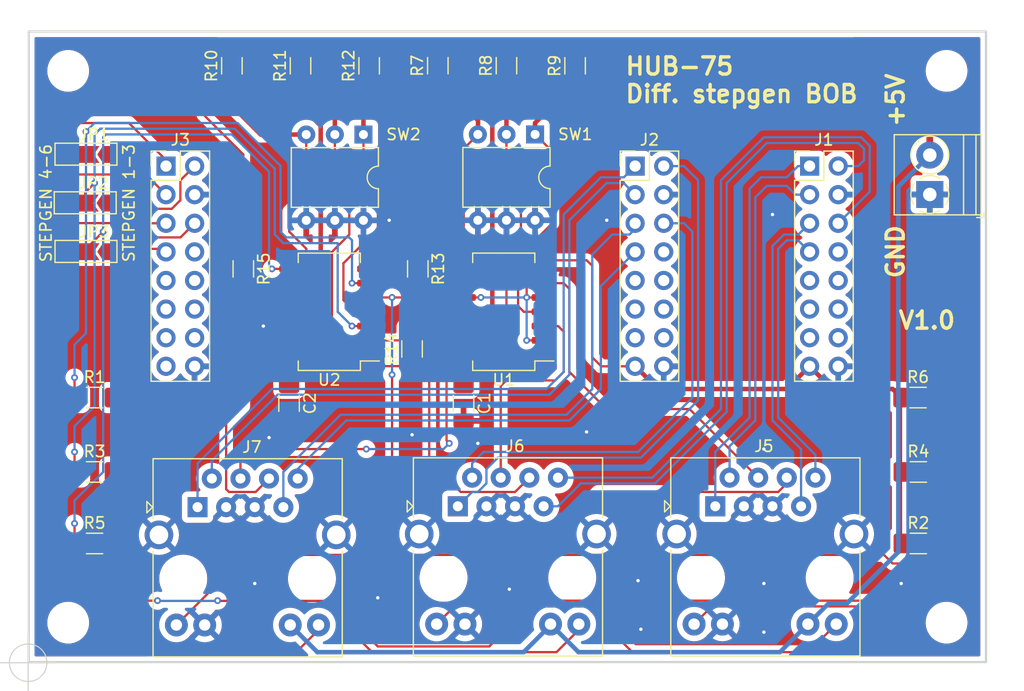
<source format=kicad_pcb>
(kicad_pcb (version 20211014) (generator pcbnew)
  (layers (0 "F.Cu" signal "Front") (31 "B.Cu" signal "Back") (34 "B.Paste" user) (35 "F.Paste" user) (36 "B.SilkS" user "B.Silkscreen") (37 "F.SilkS" user "F.Silkscreen") (38 "B.Mask" user) (39 "F.Mask" user) (44 "Edge.Cuts" user))
  (net 0 "")
  (net 1 "STEP1-")
  (net 2 "STEP1+")
  (net 3 "GND")
  (net 4 "DIR1-")
  (net 5 "DIR1+")
  (net 13 "STEP3-")
  (net 14 "STEP3+")
  (net 15 "DIR3-")
  (net 16 "DIR3+")
  (net 32 "ENA")
  (net 33 "+5V")
  (net 35 "Net-(J5-Pad12)")
  (net 36 "STEP2+")
  (net 37 "STEP2-")
  (net 38 "DIR2-")
  (net 39 "DIR2+")
  (net 40 "Net-(J6-Pad12)")
  (net 41 "ALARM1")
  (net 42 "ALARM2")
  (net 43 "ALARM3")
  (net 44 "ÈNA_OUT1")
  (net 45 "ÈNA_OUT2")
  (net 46 "ÈNA_OUT3")
  (net 48 "DRIVE_OK_EXT4")
  (net 49 "DRIVE_OK_EXT5")
  (net 50 "DRIVE_OK_EXT1")
  (net 51 "DRIVE_OK_EXT2")
  (net 52 "DRIVE_OK_EXT6")
  (net 53 "DRIVE_OK_EXT3")
  (net 54 "Net-(J5-Pad9)")
  (net 55 "Net-(J6-Pad9)")
  (net 56 "ALARM_OK1")
  (net 57 "ALARM_OK2")
  (net 58 "ALARM_OK3")
  (net 59 "Net-(J7-Pad9)")
  (net 60 "Net-(J7-Pad12)")
  (net 61 "Net-(R7-Pad1)")
  (net 62 "Net-(R8-Pad1)")
  (net 63 "Net-(R9-Pad1)")
  (net 64 "Net-(R10-Pad1)")
  (net 65 "Net-(R11-Pad1)")
  (net 66 "Net-(R12-Pad1)")
  (footprint "MountingHole:MountingHole_2.7mm_M2.5_DIN965" (layer "F.Cu") (at 3.5 52.5)
    (fp_text reference "Hole4" hide)
    (fp_text value "MountingHole_2.7mm_M2.5_DIN965" hide)
  )
  (footprint "Package_SO:SO-14_5.3x10.2mm_P1.27mm" (layer "F.Cu") (at 42.179 24.892 180)
    (fp_text reference "U1")
    (fp_text value "74HC86")
  )
  (footprint "Connector_PinHeader_2.54mm:PinHeader_2x08_P2.54mm_Vertical" (layer "F.Cu") (at 53.843 11.953)
    (fp_text reference "J2")
    (fp_text value "Conn_02x08_Odd_Even" hide)
  )
  (footprint "TerminalBlock_Phoenix:TerminalBlock_Phoenix_PT-1,5-2-3.5-H_1x02_P3.50mm_Horizontal" (layer "F.Cu") (at 80.01 14.478 90)
    (fp_text reference "J4" hide)
    (fp_text value "Screw_Terminal_01x02" hide)
  )
  (footprint "Capacitor_SMD:C_1206_3216Metric_Pad1.33x1.80mm_HandSolder" (layer "F.Cu") (at 23.114 33.02 -90)
    (fp_text reference "C2")
    (fp_text value "100nF")
  )
  (footprint "Resistor_SMD:R_1206_3216Metric_Pad1.30x1.75mm_HandSolder" (layer "F.Cu") (at 78.994 39.116)
    (fp_text reference "R4")
    (fp_text value "290")
  )
  (footprint "Resistor_SMD:R_1206_3216Metric_Pad1.30x1.75mm_HandSolder" (layer "F.Cu") (at 18.034 3.048 90)
    (fp_text reference "R10")
    (fp_text value "10k")
  )
  (footprint "Resistor_SMD:R_1206_3216Metric_Pad1.30x1.75mm_HandSolder" (layer "F.Cu") (at 48.514 3.048 90)
    (fp_text reference "R9")
    (fp_text value "10k")
  )
  (footprint "Capacitor_SMD:C_1206_3216Metric_Pad1.33x1.80mm_HandSolder" (layer "F.Cu") (at 38.608 33.02 -90)
    (fp_text reference "C1")
    (fp_text value "100nF")
  )
  (footprint "Resistor_SMD:R_1206_3216Metric_Pad1.30x1.75mm_HandSolder" (layer "F.Cu") (at 5.842 39.116)
    (fp_text reference "R3")
    (fp_text value "290")
  )
  (footprint "Jumper:SolderJumper-3_P2.0mm_Open_TrianglePad1.0x1.5mm_NumberLabels" (layer "F.Cu") (at 5.08 10.922)
    (fp_text reference "JP1")
    (fp_text value "SolderJumper_3_Bridged123" hide)
  )
  (footprint "Resistor_SMD:R_1206_3216Metric_Pad1.30x1.75mm_HandSolder" (layer "F.Cu") (at 34.036 28.194 90)
    (fp_text reference "R14")
    (fp_text value "10k")
  )
  (footprint "Connector_PinHeader_2.54mm:PinHeader_2x08_P2.54mm_Vertical" (layer "F.Cu") (at 12.187 11.953)
    (fp_text reference "J3")
    (fp_text value "Conn_02x08_Odd_Even" hide)
  )
  (footprint "Connector_PinHeader_2.54mm:PinHeader_2x08_P2.54mm_Vertical" (layer "F.Cu") (at 69.337 11.953)
    (fp_text reference "J1")
    (fp_text value "Conn_02x08_Odd_Even" hide)
  )
  (footprint "MountingHole:MountingHole_2.7mm_M2.5_DIN965" (layer "F.Cu") (at 81.5 52.5)
    (fp_text reference "Hole1" hide)
    (fp_text value "MountingHole_2.7mm_M2.5_DIN965" hide)
  )
  (footprint "MountingHole:MountingHole_2.7mm_M2.5_DIN965" (layer "F.Cu") (at 3.5 3.5)
    (fp_text reference "Hole3" hide)
    (fp_text value "MountingHole_2.7mm_M2.5_DIN965" hide)
  )
  (footprint "Resistor_SMD:R_1206_3216Metric_Pad1.30x1.75mm_HandSolder" (layer "F.Cu") (at 34.544 21.082 -90)
    (fp_text reference "R13")
    (fp_text value "10k")
  )
  (footprint "Resistor_SMD:R_1206_3216Metric_Pad1.30x1.75mm_HandSolder" (layer "F.Cu") (at 24.13 3.048 90)
    (fp_text reference "R11")
    (fp_text value "10k")
  )
  (footprint "Package_DIP:DIP-6_W7.62mm" (layer "F.Cu") (at 44.958 9.144 -90)
    (fp_text reference "SW1")
    (fp_text value "SW_DIP_x03" hide)
  )
  (footprint "Resistor_SMD:R_1206_3216Metric_Pad1.30x1.75mm_HandSolder" (layer "F.Cu") (at 36.322 3.038 90)
    (fp_text reference "R7")
    (fp_text value "10k")
  )
  (footprint "Jumper:SolderJumper-3_P2.0mm_Open_TrianglePad1.0x1.5mm_NumberLabels" (layer "F.Cu") (at 5.08 19.558)
    (fp_text reference "JP3")
    (fp_text value "SolderJumper_3_Bridged123" hide)
  )
  (footprint "Resistor_SMD:R_1206_3216Metric_Pad1.30x1.75mm_HandSolder" (layer "F.Cu") (at 78.968 32.512)
    (fp_text reference "R6")
    (fp_text value "290")
  )
  (footprint "Resistor_SMD:R_1206_3216Metric_Pad1.30x1.75mm_HandSolder" (layer "F.Cu") (at 42.418 3.038 90)
    (fp_text reference "R8")
    (fp_text value "10k")
  )
  (footprint "Connector_RJ:RJ45_BEL_SS74301-00x_Vertical" (layer "F.Cu") (at 14.986 42.241)
    (fp_text reference "J7")
    (fp_text value "RJ45_LED")
  )
  (footprint "Resistor_SMD:R_1206_3216Metric_Pad1.30x1.75mm_HandSolder" (layer "F.Cu") (at 5.842 32.512)
    (fp_text reference "R1")
    (fp_text value "290")
  )
  (footprint "Resistor_SMD:R_1206_3216Metric_Pad1.30x1.75mm_HandSolder" (layer "F.Cu") (at 30.226 3.048 90)
    (fp_text reference "R12")
    (fp_text value "10k")
  )
  (footprint "Package_SO:SO-14_5.3x10.2mm_P1.27mm" (layer "F.Cu") (at 26.685 24.892 180)
    (fp_text reference "U2")
    (fp_text value "74HC86")
  )
  (footprint "MountingHole:MountingHole_2.7mm_M2.5_DIN965" (layer "F.Cu") (at 81.5 3.5)
    (fp_text reference "Hole2" hide)
    (fp_text value "MountingHole_2.7mm_M2.5_DIN965" hide)
  )
  (footprint "Connector_RJ:RJ45_BEL_SS74301-00x_Vertical" (layer "F.Cu") (at 60.96 42.164)
    (fp_text reference "J5")
    (fp_text value "RJ45_LED")
  )
  (footprint "Resistor_SMD:R_1206_3216Metric_Pad1.30x1.75mm_HandSolder" (layer "F.Cu") (at 5.842 45.466)
    (fp_text reference "R5")
    (fp_text value "290")
  )
  (footprint "Connector_RJ:RJ45_BEL_SS74301-00x_Vertical" (layer "F.Cu") (at 38.1 42.164)
    (fp_text reference "J6")
    (fp_text value "RJ45_LED")
  )
  (footprint "Resistor_SMD:R_1206_3216Metric_Pad1.30x1.75mm_HandSolder" (layer "F.Cu") (at 78.994 45.466)
    (fp_text reference "R2")
    (fp_text value "290")
  )
  (footprint "Jumper:SolderJumper-3_P2.0mm_Open_TrianglePad1.0x1.5mm_NumberLabels" (layer "F.Cu") (at 5.01 15.24)
    (fp_text reference "JP2")
    (fp_text value "SolderJumper_3_Bridged123" hide)
  )
  (footprint "Package_DIP:DIP-6_W7.62mm" (layer "F.Cu") (at 29.718 9.154 -90)
    (fp_text reference "SW2")
    (fp_text value "SW_DIP_x03" hide)
  )
  (footprint "Resistor_SMD:R_1206_3216Metric_Pad1.30x1.75mm_HandSolder" (layer "F.Cu") (at 19.05 21.082 -90)
    (fp_text reference "R15")
    (fp_text value "10k")
  )
  (gr_rect locked (start 0 0) (end 85 56) (layer "Edge.Cuts") (width 0.2) (fill none))
  (gr_text "+5V" (at 76.962 6.096 90) (layer "F.SilkS") (effects (font (size 1.524 1.524) (thickness 0.3048))))
  (gr_text "GND" (at 76.962 19.558 90) (layer "F.SilkS") (effects (font (size 1.524 1.524) (thickness 0.3048))))
  (gr_text "HUB-75\nDiff. stepgen BOB" (at 52.832 4.318) (layer "F.SilkS") (effects (font (size 1.524 1.524) (thickness 0.3048)) (justify left)))
  (gr_text "V1.0" (at 79.756 25.654) (layer "F.SilkS") (effects (font (size 1.524 1.524) (thickness 0.3048))))
  (target plus (at -0.056 56.056) (size 5) (width 0.1) (layer "Edge.Cuts"))
  (segment (start 67.31 12.954) (end 68.311 11.953) (width 0.2) (layer "B.Cu") (net 1))
  (segment (start 60.96 42.672) (end 60.96 37.338) (width 0.2) (layer "B.Cu") (net 1))
  (segment (start 68.311 11.953) (end 69.337 11.953) (width 0.2) (layer "B.Cu") (net 1))
  (segment (start 64.008 34.29) (end 64.008 13.97) (width 0.2) (layer "B.Cu") (net 1))
  (segment (start 60.96 37.338) (end 64.008 34.29) (width 0.2) (layer "B.Cu") (net 1))
  (segment (start 65.024 12.954) (end 67.31 12.954) (width 0.2) (layer "B.Cu") (net 1))
  (segment (start 64.008 13.97) (end 65.024 12.954) (width 0.2) (layer "B.Cu") (net 1))
  (segment (start 64.516 14.732) (end 65.532 13.716) (width 0.2) (layer "B.Cu") (net 2))
  (segment (start 62.23 40.132) (end 62.23 36.83) (width 0.2) (layer "B.Cu") (net 2))
  (segment (start 62.23 36.83) (end 64.516 34.544) (width 0.2) (layer "B.Cu") (net 2))
  (segment (start 65.532 13.716) (end 67.31 13.716) (width 0.2) (layer "B.Cu") (net 2))
  (segment (start 68.087 14.493) (end 69.337 14.493) (width 0.2) (layer "B.Cu") (net 2))
  (segment (start 67.31 13.716) (end 68.087 14.493) (width 0.2) (layer "B.Cu") (net 2))
  (segment (start 64.516 34.544) (end 64.516 14.732) (width 0.2) (layer "B.Cu") (net 2))
  (via (at 65.278 37.084) (size 0.6) (drill 0.3) (layers "F.Cu" "B.Cu") (net 3))
  (via (at 42.672 49.53) (size 0.6) (drill 0.3) (layers "F.Cu" "B.Cu") (net 3))
  (via (at 65.278 49.022) (size 0.6) (drill 0.3) (layers "F.Cu" "B.Cu") (net 3))
  (via (at 20.066 49.022) (size 0.6) (drill 0.3) (layers "F.Cu" "B.Cu") (net 3))
  (via (at 20.828 26.162) (size 0.6) (drill 0.3) (layers "F.Cu" "B.Cu") (net 3))
  (via (at 54.356 53.086) (size 0.6) (drill 0.3) (layers "F.Cu" "B.Cu") (net 3))
  (via (at 77.47 49.022) (size 0.6) (drill 0.3) (layers "F.Cu" "B.Cu") (net 3))
  (via (at 66.04 16.256) (size 0.6) (drill 0.3) (layers "F.Cu" "B.Cu") (net 3))
  (via (at 49.53 35.56) (size 0.6) (drill 0.3) (layers "F.Cu" "B.Cu") (net 3))
  (via (at 32.004 16.764) (size 0.6) (drill 0.3) (layers "F.Cu" "B.Cu") (net 3))
  (via (at 65.278 53.34) (size 0.6) (drill 0.3) (layers "F.Cu" "B.Cu") (net 3))
  (via (at 39.878 36.576) (size 0.6) (drill 0.3) (layers "F.Cu" "B.Cu") (net 3))
  (via (at 30.988 50.292) (size 0.6) (drill 0.3) (layers "F.Cu" "B.Cu") (net 3))
  (via (at 34.036 35.814) (size 0.6) (drill 0.3) (layers "F.Cu" "B.Cu") (net 3))
  (via (at 21.336 36.068) (size 0.6) (drill 0.3) (layers "F.Cu" "B.Cu") (net 3))
  (via (at 54.102 48.768) (size 0.6) (drill 0.3) (layers "F.Cu" "B.Cu") (net 3))
  (via (at 51.323 16.764) (size 0.6) (drill 0.3) (layers "F.Cu" "B.Cu") (net 3))
  (segment (start 66.04 19.05) (end 67.056 18.034) (width 0.2) (layer "B.Cu") (net 4))
  (segment (start 67.056 18.034) (end 68.336 18.034) (width 0.2) (layer "B.Cu") (net 4))
  (segment (start 68.336 18.034) (end 69.337 17.033) (width 0.2) (layer "B.Cu") (net 4))
  (segment (start 66.04 34.544) (end 66.04 19.05) (width 0.2) (layer "B.Cu") (net 4))
  (segment (start 68.58 37.084) (end 66.04 34.544) (width 0.2) (layer "B.Cu") (net 4))
  (segment (start 68.58 42.672) (end 68.58 37.084) (width 0.2) (layer "B.Cu") (net 4))
  (segment (start 66.548 34.29) (end 66.548 19.304) (width 0.2) (layer "B.Cu") (net 5))
  (segment (start 69.85 40.132) (end 69.85 37.592) (width 0.2) (layer "B.Cu") (net 5))
  (segment (start 67.31 18.542) (end 68.306 18.542) (width 0.2) (layer "B.Cu") (net 5))
  (segment (start 68.306 18.542) (end 69.337 19.573) (width 0.2) (layer "B.Cu") (net 5))
  (segment (start 69.85 37.592) (end 66.548 34.29) (width 0.2) (layer "B.Cu") (net 5))
  (segment (start 66.548 19.304) (end 67.31 18.542) (width 0.2) (layer "B.Cu") (net 5))
  (segment (start 45.974 31.75) (end 47.498 30.226) (width 0.2) (layer "B.Cu") (net 13))
  (segment (start 14.986 38.354) (end 21.59 31.75) (width 0.2) (layer "B.Cu") (net 13))
  (segment (start 21.59 31.75) (end 45.974 31.75) (width 0.2) (layer "B.Cu") (net 13))
  (segment (start 52.842 12.954) (end 53.843 11.953) (width 0.2) (layer "B.Cu") (net 13))
  (segment (start 47.498 16.256) (end 50.8 12.954) (width 0.2) (layer "B.Cu") (net 13))
  (segment (start 50.8 12.954) (end 52.842 12.954) (width 0.2) (layer "B.Cu") (net 13))
  (segment (start 14.986 42.672) (end 14.986 38.354) (width 0.2) (layer "B.Cu") (net 13))
  (segment (start 47.498 30.226) (end 47.498 16.256) (width 0.2) (layer "B.Cu") (net 13))
  (segment (start 22.098 32.258) (end 46.228 32.258) (width 0.2) (layer "B.Cu") (net 14))
  (segment (start 46.228 32.258) (end 48.006 30.48) (width 0.2) (layer "B.Cu") (net 14))
  (segment (start 16.256 40.132) (end 16.256 38.1) (width 0.2) (layer "B.Cu") (net 14))
  (segment (start 48.006 16.764) (end 51.308 13.462) (width 0.2) (layer "B.Cu") (net 14))
  (segment (start 52.832 13.462) (end 53.843 14.473) (width 0.2) (layer "B.Cu") (net 14))
  (segment (start 51.308 13.462) (end 52.832 13.462) (width 0.2) (layer "B.Cu") (net 14))
  (segment (start 16.256 38.1) (end 22.098 32.258) (width 0.2) (layer "B.Cu") (net 14))
  (segment (start 53.843 14.473) (end 53.843 14.493) (width 0.2) (layer "B.Cu") (net 14))
  (segment (start 48.006 30.48) (end 48.006 16.764) (width 0.2) (layer "B.Cu") (net 14))
  (segment (start 22.606 39.116) (end 27.686 34.036) (width 0.2) (layer "B.Cu") (net 15))
  (segment (start 51.816 18.034) (end 53.34 18.034) (width 0.2) (layer "B.Cu") (net 15))
  (segment (start 53.34 18.034) (end 53.843 17.531) (width 0.2) (layer "B.Cu") (net 15))
  (segment (start 50.038 19.812) (end 51.816 18.034) (width 0.2) (layer "B.Cu") (net 15))
  (segment (start 27.686 34.036) (end 47.752 34.036) (width 0.2) (layer "B.Cu") (net 15))
  (segment (start 47.752 34.036) (end 50.038 31.75) (width 0.2) (layer "B.Cu") (net 15))
  (segment (start 50.038 31.75) (end 50.038 19.812) (width 0.2) (layer "B.Cu") (net 15))
  (segment (start 22.606 42.672) (end 22.606 39.116) (width 0.2) (layer "B.Cu") (net 15))
  (segment (start 53.843 17.531) (end 53.843 17.033) (width 0.2) (layer "B.Cu") (net 15))
  (segment (start 23.876 40.132) (end 23.876 38.862) (width 0.2) (layer "B.Cu") (net 16))
  (segment (start 23.876 38.862) (end 28.194 34.544) (width 0.2) (layer "B.Cu") (net 16))
  (segment (start 28.194 34.544) (end 48.006 34.544) (width 0.2) (layer "B.Cu") (net 16))
  (segment (start 48.006 34.544) (end 50.8 31.75) (width 0.2) (layer "B.Cu") (net 16))
  (segment (start 50.8 31.75) (end 50.8 22.616) (width 0.2) (layer "B.Cu") (net 16))
  (segment (start 50.8 22.616) (end 53.843 19.573) (width 0.2) (layer "B.Cu") (net 16))
  (segment (start 44.465 20.32) (end 44.211 20.574) (width 0.2) (layer "F.Cu") (net 32))
  (segment (start 50.83 29.733) (end 50.038 28.941) (width 0.2) (layer "F.Cu") (net 32))
  (segment (start 50.038 28.941) (end 50.038 20.813) (width 0.2) (layer "F.Cu") (net 32))
  (segment (start 49.545 20.32) (end 44.465 20.32) (width 0.2) (layer "F.Cu") (net 32))
  (segment (start 50.038 20.813) (end 49.545 20.32) (width 0.2) (layer "F.Cu") (net 32))
  (segment (start 69.327 29.733) (end 67.31 31.75) (width 0.4) (layer "F.Cu") (net 32))
  (segment (start 44.211 23.622) (end 45.6415 23.622) (width 0.2) (layer "F.Cu") (net 32))
  (segment (start 55.88 31.75) (end 53.863 29.733) (width 0.4) (layer "F.Cu") (net 32))
  (segment (start 44.211 27.432) (end 45.6415 27.432) (width 0.2) (layer "F.Cu") (net 32))
  (segment (start 77.356 45.466) (end 77.356 39.116) (width 0.4) (layer "F.Cu") (net 32))
  (segment (start 53.863 29.733) (end 53.843 29.733) (width 0.2) (layer "F.Cu") (net 32))
  (segment (start 77.356 32.512) (end 77.47 32.512) (width 0.2) (layer "F.Cu") (net 32))
  (segment (start 76.708 31.75) (end 71.354 31.75) (width 0.4) (layer "F.Cu") (net 32))
  (segment (start 53.843 29.733) (end 50.815 29.733) (width 0.2) (layer "F.Cu") (net 32))
  (segment (start 38.7165 23.622) (end 40.147 23.622) (width 0.2) (layer "F.Cu") (net 32))
  (segment (start 69.337 29.733) (end 69.327 29.733) (width 0.2) (layer "F.Cu") (net 32))
  (segment (start 67.31 31.75) (end 55.88 31.75) (width 0.4) (layer "F.Cu") (net 32))
  (segment (start 71.354 31.75) (end 69.337 29.733) (width 0.4) (layer "F.Cu") (net 32))
  (segment (start 77.47 32.512) (end 76.708 31.75) (width 0.4) (layer "F.Cu") (net 32))
  (segment (start 44.211 20.574) (end 44.211 23.622) (width 0.2) (layer "F.Cu") (net 32))
  (segment (start 77.356 39.116) (end 77.356 32.512) (width 0.4) (layer "F.Cu") (net 32))
  (via (at 44.211 23.622) (size 0.6) (drill 0.3) (layers "F.Cu" "B.Cu") (net 32))
  (via (at 40.147 23.622) (size 0.6) (drill 0.3) (layers "F.Cu" "B.Cu") (net 32))
  (via (at 44.211 27.432) (size 0.6) (drill 0.3) (layers "F.Cu" "B.Cu") (net 32))
  (segment (start 40.147 23.622) (end 44.211 23.622) (width 0.2) (layer "B.Cu") (net 32))
  (segment (start 44.211 23.622) (end 44.211 27.432) (width 0.2) (layer "B.Cu") (net 32))
  (segment (start 17.272 1.41) (end 16.37 1.41) (width 0.2) (layer "F.Cu") (net 33))
  (segment (start 25.923 29.225) (end 25.923 26.924) (width 0.2) (layer "F.Cu") (net 33))
  (segment (start 24.145 28.702) (end 25.923 26.924) (width 0.4) (layer "F.Cu") (net 33))
  (segment (start 34.518 29.718) (end 26.416 29.718) (width 0.2) (layer "F.Cu") (net 33))
  (segment (start 39.271 5.972) (end 39.271 1.4) (width 0.4) (layer "F.Cu") (net 33))
  (segment (start 36.327 1.41) (end 36.337 1.4) (width 0.2) (layer "F.Cu") (net 33))
  (segment (start 39.893 28.702) (end 41.163 27.432) (width 0.4) (layer "F.Cu") (net 33))
  (segment (start 42.687 1.4) (end 48.519 1.4) (width 0.6) (layer "F.Cu") (net 33))
  (segment (start 21.097 6.858) (end 21.097 1.524) (width 0.4) (layer "F.Cu") (net 33))
  (segment (start 38.7165 28.702) (end 39.893 28.702) (width 0.4) (layer "F.Cu") (net 33))
  (segment (start 25.923 26.924) (end 25.923 8.382) (width 0.4) (layer "F.Cu") (net 33))
  (segment (start 48.519 1.4) (end 48.529 1.41) (width 0.6) (layer "F.Cu") (net 33))
  (segment (start 38.7165 28.702) (end 38.7165 26.162) (width 0.2) (layer "F.Cu") (net 33))
  (segment (start 26.416 29.718) (end 25.923 29.225) (width 0.2) (layer "F.Cu") (net 33))
  (segment (start 41.163 27.432) (end 41.163 7.874) (width 0.4) (layer "F.Cu") (net 33))
  (segment (start 25.923 8.382) (end 25.161 7.62) (width 0.4) (layer "F.Cu") (net 33))
  (segment (start 41.163 7.864) (end 39.271 5.972) (width 0.4) (layer "F.Cu") (net 33))
  (segment (start 80.01 8.636) (end 80.01 10.978) (width 0.6) (layer "F.Cu") (net 33))
  (segment (start 15.494 2.286) (end 15.494 7.366) (width 0.2) (layer "F.Cu") (net 33))
  (segment (start 23.2225 28.702) (end 24.145 28.702) (width 0.2) (layer "F.Cu") (net 33))
  (segment (start 38.608 31.4575) (end 38.608 28.8105) (width 0.4) (layer "F.Cu") (net 33))
  (segment (start 33.528 18.516) (end 33.528 1.539) (width 0.2) (layer "F.Cu") (net 33))
  (segment (start 38.608 28.8105) (end 38.7165 28.702) (width 0.2) (layer "F.Cu") (net 33))
  (segment (start 25.161 7.62) (end 21.859 7.62) (width 0.4) (layer "F.Cu") (net 33))
  (segment (start 72.784 1.41) (end 80.01 8.636) (width 0.6) (layer "F.Cu") (net 33))
  (segment (start 23.114 31.4575) (end 23.114 28.8105) (width 0.4) (layer "F.Cu") (net 33))
  (segment (start 21.859 7.62) (end 21.097 6.858) (width 0.4) (layer "F.Cu") (net 33))
  (segment (start 48.529 1.41) (end 72.784 1.41) (width 0.6) (layer "F.Cu") (net 33))
  (segment (start 23.2225 28.702) (end 23.2225 26.162) (width 0.2) (layer "F.Cu") (net 33))
  (segment (start 39.271 1.4) (end 42.433 1.4) (width 0.6) (layer "F.Cu") (net 33))
  (segment (start 23.114 28.8105) (end 23.2225 28.702) (width 0.2) (layer "F.Cu") (net 33))
  (segment (start 17.272 1.41) (end 36.327 1.41) (width 0.6) (layer "F.Cu") (net 33))
  (segment (start 19.05 10.922) (end 19.05 19.532) (width 0.2) (layer "F.Cu") (net 33))
  (segment (start 36.337 1.4) (end 39.271 1.4) (width 0.6) (layer "F.Cu") (net 33))
  (segment (start 15.494 7.366) (end 19.05 10.922) (width 0.2) (layer "F.Cu") (net 33))
  (segment (start 16.37 1.41) (end 15.494 2.286) (width 0.2) (layer "F.Cu") (net 33))
  (segment (start 34.544 19.532) (end 33.528 18.516) (width 0.2) (layer "F.Cu") (net 33))
  (segment (start 23.2156 52.7058) (end 25.6278 55.118) (width 0.4) (layer "B.Cu") (net 33))
  (segment (start 46.3804 52.6796) (end 48.8188 55.118) (width 0.4) (layer "B.Cu") (net 33))
  (segment (start 77.216 13.772) (end 80.01 10.978) (width 0.4) (layer "B.Cu") (net 33))
  (segment (start 48.8188 55.118) (end 66.7004 55.118) (width 0.4) (layer "B.Cu") (net 33))
  (segment (start 71.0184 50.8) (end 72.644 50.8) (width 0.4) (layer "B.Cu") (net 33))
  (segment (start 77.216 46.228) (end 77.216 13.772) (width 0.4) (layer "B.Cu") (net 33))
  (segment (start 69.1896 52.6288) (end 71.0184 50.8) (width 0.4) (layer "B.Cu") (net 33))
  (segment (start 43.942 55.118) (end 46.3804 52.6796) (width 0.4) (layer "B.Cu") (net 33))
  (segment (start 25.6278 55.118) (end 43.942 55.118) (width 0.4) (layer "B.Cu") (net 33))
  (segment (start 66.7004 55.118) (end 69.1896 52.6288) (width 0.4) (layer "B.Cu") (net 33))
  (segment (start 72.644 50.8) (end 77.216 46.228) (width 0.4) (layer "B.Cu") (net 33))
  (segment (start 78.232 51.054) (end 80.544 48.742) (width 0.2) (layer "F.Cu") (net 35))
  (segment (start 59.0804 52.6288) (end 60.6552 51.054) (width 0.2) (layer "F.Cu") (net 35))
  (segment (start 60.6552 51.054) (end 78.232 51.054) (width 0.2) (layer "F.Cu") (net 35))
  (segment (start 80.544 48.742) (end 80.544 45.466) (width 0.2) (layer "F.Cu") (net 35))
  (segment (start 58.181 17.033) (end 58.928 17.78) (width 0.2) (layer "B.Cu") (net 36))
  (segment (start 39.37 38.354) (end 39.37 40.132) (width 0.2) (layer "B.Cu") (net 36))
  (segment (start 40.386 37.338) (end 39.37 38.354) (width 0.2) (layer "B.Cu") (net 36))
  (segment (start 56.383 17.033) (end 58.181 17.033) (width 0.2) (layer "B.Cu") (net 36))
  (segment (start 54.102 37.338) (end 40.386 37.338) (width 0.2) (layer "B.Cu") (net 36))
  (segment (start 58.90308 32.53692) (end 54.102 37.338) (width 0.2) (layer "B.Cu") (net 36))
  (segment (start 58.928 17.78) (end 58.928 32.512) (width 0.2) (layer "B.Cu") (net 36))
  (segment (start 40.64 38.862) (end 41.656 37.846) (width 0.2) (layer "B.Cu") (net 37))
  (segment (start 39.878 40.894) (end 40.64 40.132) (width 0.2) (layer "B.Cu") (net 37))
  (segment (start 39.37 40.894) (end 39.878 40.894) (width 0.2) (layer "B.Cu") (net 37))
  (segment (start 59.436 32.766) (end 59.436 13.208) (width 0.2) (layer "B.Cu") (net 37))
  (segment (start 58.181 11.953) (end 56.383 11.953) (width 0.2) (layer "B.Cu") (net 37))
  (segment (start 40.64 40.132) (end 40.64 38.862) (width 0.2) (layer "B.Cu") (net 37))
  (segment (start 41.656 37.846) (end 54.356 37.846) (width 0.2) (layer "B.Cu") (net 37))
  (segment (start 38.1 42.164) (end 39.37 40.894) (width 0.2) (layer "B.Cu") (net 37))
  (segment (start 59.436 13.208) (end 58.181 11.953) (width 0.2) (layer "B.Cu") (net 37))
  (segment (start 54.356 37.846) (end 59.436 32.766) (width 0.2) (layer "B.Cu") (net 37))
  (segment (start 73.645 11.953) (end 71.877 11.953) (width 0.2) (layer "B.Cu") (net 38))
  (segment (start 61.976 13.462) (end 65.532 9.906) (width 0.2) (layer "B.Cu") (net 38))
  (segment (start 46.99 42.164) (end 49.022 40.132) (width 0.2) (layer "B.Cu") (net 38))
  (segment (start 45.72 42.164) (end 46.99 42.164) (width 0.2) (layer "B.Cu") (net 38))
  (segment (start 61.976 33.782) (end 61.976 13.462) (width 0.2) (layer "B.Cu") (net 38))
  (segment (start 74.168 11.43) (end 73.645 11.953) (width 0.2) (layer "B.Cu") (net 38))
  (segment (start 65.532 9.906) (end 73.66 9.906) (width 0.2) (layer "B.Cu") (net 38))
  (segment (start 49.022 40.132) (end 55.626 40.132) (width 0.2) (layer "B.Cu") (net 38))
  (segment (start 55.626 40.132) (end 61.976 33.782) (width 0.2) (layer "B.Cu") (net 38))
  (segment (start 73.66 9.906) (end 74.168 10.414) (width 0.2) (layer "B.Cu") (net 38))
  (segment (start 74.168 10.414) (end 74.168 11.43) (width 0.2) (layer "B.Cu") (net 38))
  (segment (start 65.278 9.398) (end 73.914 9.398) (width 0.2) (layer "B.Cu") (net 39))
  (segment (start 55.372 39.624) (end 61.468 33.528) (width 0.2) (layer "B.Cu") (net 39))
  (segment (start 61.468 13.208) (end 65.278 9.398) (width 0.2) (layer "B.Cu") (net 39))
  (segment (start 61.468 33.528) (end 61.468 13.208) (width 0.2) (layer "B.Cu") (net 39))
  (segment (start 73.914 9.398) (end 74.676 10.16) (width 0.2) (layer "B.Cu") (net 39))
  (segment (start 46.99 39.624) (end 55.372 39.624) (width 0.2) (layer "B.Cu") (net 39))
  (segment (start 74.676 14.234) (end 71.877 17.033) (width 0.2) (layer "B.Cu") (net 39))
  (segment (start 74.676 10.16) (end 74.676 14.234) (width 0.2) (layer "B.Cu") (net 39))
  (segment (start 38.3032 50.546) (end 36.2204 52.6288) (width 0.2) (layer "F.Cu") (net 40))
  (segment (start 77.47 50.546) (end 38.3032 50.546) (width 0.2) (layer "F.Cu") (net 40))
  (segment (start 79.248 40.412) (end 79.248 48.768) (width 0.2) (layer "F.Cu") (net 40))
  (segment (start 79.248 48.768) (end 77.47 50.546) (width 0.2) (layer "F.Cu") (net 40))
  (segment (start 80.544 39.116) (end 79.248 40.412) (width 0.2) (layer "F.Cu") (net 40))
  (segment (start 33.554 23.622) (end 34.544 22.632) (width 0.2) (layer "F.Cu") (net 41))
  (segment (start 32.258 39.37) (end 36.576 43.688) (width 0.2) (layer "F.Cu") (net 41))
  (segment (start 36.576 43.688) (end 47.752 43.688) (width 0.2) (layer "F.Cu") (net 41))
  (segment (start 32.258 30.48) (end 32.258 39.37) (width 0.2) (layer "F.Cu") (net 41))
  (segment (start 32.258 23.622) (end 33.554 23.622) (width 0.2) (layer "F.Cu") (net 41))
  (segment (start 50.546 40.894) (end 66.548 40.894) (width 0.2) (layer "F.Cu") (net 41))
  (segment (start 30.1475 23.622) (end 32.258 23.622) (width 0.2) (layer "F.Cu") (net 41))
  (segment (start 47.752 43.688) (end 50.546 40.894) (width 0.2) (layer "F.Cu") (net 41))
  (segment (start 66.548 40.894) (end 67.31 40.132) (width 0.2) (layer "F.Cu") (net 41))
  (via (at 32.258 30.48) (size 0.6) (drill 0.3) (layers "F.Cu" "B.Cu") (net 41))
  (via (at 32.258 23.622) (size 0.6) (drill 0.3) (layers "F.Cu" "B.Cu") (net 41))
  (segment (start 32.258 23.622) (end 32.258 30.48) (width 0.2) (layer "B.Cu") (net 41))
  (segment (start 33.248 27.432) (end 34.036 26.644) (width 0.2) (layer "F.Cu") (net 42))
  (segment (start 35.56 28.168) (end 35.56 38.1) (width 0.2) (layer "F.Cu") (net 42))
  (segment (start 35.56 38.1) (end 38.354 40.894) (width 0.2) (layer "F.Cu") (net 42))
  (segment (start 34.036 26.644) (end 35.56 28.168) (width 0.2) (layer "F.Cu") (net 42))
  (segment (start 43.18 40.894) (end 44.45 39.624) (width 0.2) (layer "F.Cu") (net 42))
  (segment (start 30.1475 27.432) (end 33.248 27.432) (width 0.2) (layer "F.Cu") (net 42))
  (segment (start 38.354 40.894) (end 43.18 40.894) (width 0.2) (layer "F.Cu") (net 42))
  (segment (start 19.05 33.274) (end 19.05 23.482) (width 0.2) (layer "F.Cu") (net 43))
  (segment (start 17.526 34.798) (end 19.05 33.274) (width 0.2) (layer "F.Cu") (net 43))
  (segment (start 19.05 23.482) (end 19.19 23.622) (width 0.2) (layer "F.Cu") (net 43))
  (segment (start 19.05 23.482) (end 19.05 22.632) (width 0.2) (layer "F.Cu") (net 43))
  (segment (start 19.19 23.622) (end 23.2225 23.622) (width 0.2) (layer "F.Cu") (net 43))
  (segment (start 17.526 40.640977) (end 17.526 34.798) (width 0.2) (layer "F.Cu") (net 43))
  (segment (start 17.779023 40.894) (end 17.526 40.640977) (width 0.2) (layer "F.Cu") (net 43))
  (segment (start 21.336 39.701) (end 20.143 40.894) (width 0.2) (layer "F.Cu") (net 43))
  (segment (start 20.143 40.894) (end 17.779023 40.894) (width 0.2) (layer "F.Cu") (net 43))
  (segment (start 47.498 22.352) (end 48.006 22.86) (width 0.2) (layer "F.Cu") (net 44))
  (segment (start 48.006 22.86) (end 48.006 30.226) (width 0.2) (layer "F.Cu") (net 44))
  (segment (start 48.006 30.226) (end 51.308 33.528) (width 0.2) (layer "F.Cu") (net 44))
  (segment (start 45.6415 22.352) (end 47.498 22.352) (width 0.2) (layer "F.Cu") (net 44))
  (segment (start 51.308 33.528) (end 58.674 33.528) (width 0.2) (layer "F.Cu") (net 44))
  (segment (start 58.674 33.528) (end 64.77 39.624) (width 0.2) (layer "F.Cu") (net 44))
  (segment (start 41.91 31.496) (end 41.91 40.132) (width 0.2) (layer "F.Cu") (net 45))
  (segment (start 45.6415 26.162) (end 47.005 26.162) (width 0.2) (layer "F.Cu") (net 45))
  (segment (start 46.751 30.988) (end 42.403 30.988) (width 0.2) (layer "F.Cu") (net 45))
  (segment (start 42.403 30.988) (end 41.91 31.481) (width 0.2) (layer "F.Cu") (net 45))
  (segment (start 47.498 30.241) (end 46.751 30.988) (width 0.2) (layer "F.Cu") (net 45))
  (segment (start 47.005 26.162) (end 47.498 26.655) (width 0.2) (layer "F.Cu") (net 45))
  (segment (start 47.498 26.655) (end 47.498 30.241) (width 0.2) (layer "F.Cu") (net 45))
  (segment (start 37.099 21.59) (end 37.607 21.082) (width 0.2) (layer "F.Cu") (net 46))
  (segment (start 18.796 38.1) (end 19.812 37.084) (width 0.2) (layer "F.Cu") (net 46))
  (segment (start 37.338 36.576) (end 37.099 36.337) (width 0.2) (layer "F.Cu") (net 46))
  (segment (start 19.812 37.084) (end 29.972 37.084) (width 0.2) (layer "F.Cu") (net 46))
  (segment (start 37.099 36.337) (end 37.099 21.59) (width 0.2) (layer "F.Cu") (net 46))
  (segment (start 18.796 40.132) (end 18.796 38.1) (width 0.2) (layer "F.Cu") (net 46))
  (segment (start 37.607 21.082) (end 38.7165 21.082) (width 0.2) (layer "F.Cu") (net 46))
  (via (at 37.338 36.576) (size 0.6) (drill 0.3) (layers "F.Cu" "B.Cu") (net 46))
  (via (at 29.972 37.084) (size 0.6) (drill 0.3) (layers "F.Cu" "B.Cu") (net 46))
  (segment (start 36.83 37.084) (end 29.972 37.084) (width 0.2) (layer "B.Cu") (net 46))
  (segment (start 37.338 36.576) (end 36.83 37.084) (width 0.2) (layer "B.Cu") (net 46))
  (segment (start 12.187 11.425) (end 8.89 8.128) (width 0.2) (layer "F.Cu") (net 48))
  (segment (start 4.572 8.128) (end 3.08 9.62) (width 0.2) (layer "F.Cu") (net 48))
  (segment (start 3.08 9.62) (end 3.08 10.922) (width 0.2) (layer "F.Cu") (net 48))
  (segment (start 8.89 8.128) (end 4.572 8.128) (width 0.2) (layer "F.Cu") (net 48))
  (segment (start 12.187 11.953) (end 12.187 11.425) (width 0.2) (layer "F.Cu") (net 48))
  (segment (start 13.462 14.986) (end 12.7 15.748) (width 0.2) (layer "F.Cu") (net 49))
  (segment (start 14.727 11.953) (end 13.462 13.218) (width 0.2) (layer "F.Cu") (net 49))
  (segment (start 3.81 12.7) (end 3.01 13.5) (width 0.2) (layer "F.Cu") (net 49))
  (segment (start 11.176 15.748) (end 8.128 12.7) (width 0.2) (layer "F.Cu") (net 49))
  (segment (start 8.128 12.7) (end 3.81 12.7) (width 0.2) (layer "F.Cu") (net 49))
  (segment (start 13.462 13.218) (end 13.462 14.986) (width 0.2) (layer "F.Cu") (net 49))
  (segment (start 3.01 13.5) (end 3.01 15.24) (width 0.2) (layer "F.Cu") (net 49))
  (segment (start 12.7 15.748) (end 11.176 15.748) (width 0.2) (layer "F.Cu") (net 49))
  (segment (start 8.616 10.922) (end 12.187 14.493) (width 0.2) (layer "F.Cu") (net 50))
  (segment (start 7.08 10.922) (end 8.616 10.922) (width 0.2) (layer "F.Cu") (net 50))
  (segment (start 9.667 17.033) (end 12.187 17.033) (width 0.2) (layer "F.Cu") (net 51))
  (segment (start 7.874 15.24) (end 9.667 17.033) (width 0.2) (layer "F.Cu") (net 51))
  (segment (start 7.01 15.24) (end 7.874 15.24) (width 0.2) (layer "F.Cu") (net 51))
  (segment (start 14.727 17.033) (end 13.472 18.288) (width 0.2) (layer "F.Cu") (net 52))
  (segment (start 7.874 17.018) (end 3.81 17.018) (width 0.2) (layer "F.Cu") (net 52))
  (segment (start 3.08 17.748) (end 3.08 19.304) (width 0.2) (layer "F.Cu") (net 52))
  (segment (start 13.472 18.288) (end 9.144 18.288) (width 0.2) (layer "F.Cu") (net 52))
  (segment (start 9.144 18.288) (end 7.874 17.018) (width 0.2) (layer "F.Cu") (net 52))
  (segment (start 3.81 17.018) (end 3.08 17.748) (width 0.2) (layer "F.Cu") (net 52))
  (segment (start 7.08 19.304) (end 11.918 19.304) (width 0.2) (layer "F.Cu") (net 53))
  (segment (start 11.918 19.304) (end 12.187 19.573) (width 0.2) (layer "F.Cu") (net 53))
  (segment (start 69.215 55.118) (end 71.7042 52.6288) (width 0.2) (layer "F.Cu") (net 54))
  (segment (start 11.43 50.546) (end 9.906 50.546) (width 0.2) (layer "F.Cu") (net 54))
  (segment (start 53.594 55.118) (end 69.215 55.118) (width 0.2) (layer "F.Cu") (net 54))
  (segment (start 9.906 50.546) (end 9.398 50.038) (width 0.2) (layer "F.Cu") (net 54))
  (segment (start 16.784121 50.566121) (end 26.944121 50.566121) (width 0.2) (layer "F.Cu") (net 54))
  (segment (start 49.53 51.054) (end 53.594 55.118) (width 0.2) (layer "F.Cu") (net 54))
  (segment (start 9.398 35.052) (end 7.48 33.134) (width 0.2) (layer "F.Cu") (net 54))
  (segment (start 9.398 50.038) (end 9.398 35.052) (width 0.2) (layer "F.Cu") (net 54))
  (segment (start 44.45 51.054) (end 49.53 51.054) (width 0.2) (layer "F.Cu") (net 54))
  (segment (start 26.944121 50.566121) (end 30.988 54.61) (width 0.2) (layer "F.Cu") (net 54))
  (segment (start 16.764 50.546) (end 16.784121 50.566121) (width 0.2) (layer "F.Cu") (net 54))
  (segment (start 30.988 54.61) (end 40.894 54.61) (width 0.2) (layer "F.Cu") (net 54))
  (segment (start 7.48 33.134) (end 7.48 32.512) (width 0.2) (layer "F.Cu") (net 54))
  (segment (start 40.894 54.61) (end 44.45 51.054) (width 0.2) (layer "F.Cu") (net 54))
  (via (at 16.764 50.546) (size 0.6) (drill 0.3) (layers "F.Cu" "B.Cu") (net 54))
  (via (at 11.43 50.546) (size 0.6) (drill 0.3) (layers "F.Cu" "B.Cu") (net 54))
  (segment (start 16.743879 50.566121) (end 16.764 50.546) (width 0.2) (layer "B.Cu") (net 54))
  (segment (start 11.450121 50.566121) (end 16.743879 50.566121) (width 0.2) (layer "B.Cu") (net 54))
  (segment (start 11.43 50.546) (end 11.450121 50.566121) (width 0.2) (layer "B.Cu") (net 54))
  (segment (start 7.48 39.116) (end 7.48 39.738) (width 0.2) (layer "F.Cu") (net 55))
  (segment (start 46.863 55.118) (end 48.8442 53.1368) (width 0.2) (layer "F.Cu") (net 55))
  (segment (start 26.416 51.054) (end 30.48 55.118) (width 0.2) (layer "F.Cu") (net 55))
  (segment (start 11.684 54.61) (end 18.796 54.61) (width 0.2) (layer "F.Cu") (net 55))
  (segment (start 8.89 41.148) (end 8.89 51.816) (width 0.2) (layer "F.Cu") (net 55))
  (segment (start 8.89 51.816) (end 11.684 54.61) (width 0.2) (layer "F.Cu") (net 55))
  (segment (start 22.352 51.054) (end 26.416 51.054) (width 0.2) (layer "F.Cu") (net 55))
  (segment (start 18.796 54.61) (end 22.352 51.054) (width 0.2) (layer "F.Cu") (net 55))
  (segment (start 7.48 39.738) (end 8.89 41.148) (width 0.2) (layer "F.Cu") (net 55))
  (segment (start 30.48 55.118) (end 46.863 55.118) (width 0.2) (layer "F.Cu") (net 55))
  (segment (start 4.064 30.734) (end 4.064 31.89) (width 0.2) (layer "F.Cu") (net 56))
  (segment (start 30.1475 22.352) (end 28.702 22.352) (width 0.2) (layer "F.Cu") (net 56))
  (segment (start 5.08 10.922) (end 5.08 8.89) (width 0.2) (layer "F.Cu") (net 56))
  (via (at 5.08 8.89) (size 0.6) (drill 0.3) (layers "F.Cu" "B.Cu") (net 56))
  (via (at 4.064 30.734) (size 0.6) (drill 0.3) (layers "F.Cu" "B.Cu") (net 56))
  (via (at 28.702 22.352) (size 0.6) (drill 0.3) (layers "F.Cu" "B.Cu") (net 56))
  (segment (start 22.352 17.78) (end 22.352 11.938) (width 0.2) (layer "B.Cu") (net 56))
  (segment (start 5.842 8.128) (end 5.08 8.89) (width 0.2) (layer "B.Cu") (net 56))
  (segment (start 18.542 8.128) (end 5.842 8.128) (width 0.2) (layer "B.Cu") (net 56))
  (segment (start 5.08 26.797) (end 5.08 8.89) (width 0.2) (layer "B.Cu") (net 56))
  (segment (start 4.064 30.734) (end 4.064 27.813) (width 0.2) (layer "B.Cu") (net 56))
  (segment (start 28.702 18.542) (end 28.448 18.288) (width 0.2) (layer "B.Cu") (net 56))
  (segment (start 4.064 27.813) (end 5.08 26.797) (width 0.2) (layer "B.Cu") (net 56))
  (segment (start 22.352 11.938) (end 18.542 8.128) (width 0.2) (layer "B.Cu") (net 56))
  (segment (start 22.86 18.288) (end 22.352 17.78) (width 0.2) (layer "B.Cu") (net 56))
  (segment (start 28.448 18.288) (end 22.86 18.288) (width 0.2) (layer "B.Cu") (net 56))
  (segment (start 28.702 22.352) (end 28.702 18.542) (width 0.2) (layer "B.Cu") (net 56))
  (segment (start 30.1475 26.162) (end 28.702 26.162) (width 0.2) (layer "F.Cu") (net 57))
  (segment (start 4.064 37.338) (end 4.064 38.494) (width 0.2) (layer "F.Cu") (net 57))
  (segment (start 5.842 13.462) (end 5.01 14.294) (width 0.2) (layer "F.Cu") (net 57))
  (segment (start 5.01 14.294) (end 5.01 15.24) (width 0.2) (layer "F.Cu") (net 57))
  (via (at 28.702 26.162) (size 0.6) (drill 0.3) (layers "F.Cu" "B.Cu") (net 57))
  (via (at 5.842 13.462) (size 0.6) (drill 0.3) (layers "F.Cu" "B.Cu") (net 57))
  (via (at 4.064 37.338) (size 0.6) (drill 0.3) (layers "F.Cu" "B.Cu") (net 57))
  (segment (start 27.432 18.796) (end 27.432 24.892) (width 0.2) (layer "B.Cu") (net 57))
  (segment (start 5.842 13.462) (end 5.842 9.144) (width 0.2) (layer "B.Cu") (net 57))
  (segment (start 22.606 18.796) (end 27.432 18.796) (width 0.2) (layer "B.Cu") (net 57))
  (segment (start 4.064 37.338) (end 4.064 35.052) (width 0.2) (layer "B.Cu") (net 57))
  (segment (start 4.064 35.052) (end 5.842 33.274) (width 0.2) (layer "B.Cu") (net 57))
  (segment (start 5.842 33.274) (end 5.842 13.462) (width 0.2) (layer "B.Cu") (net 57))
  (segment (start 21.844 18.034) (end 22.606 18.796) (width 0.2) (layer "B.Cu") (net 57))
  (segment (start 18.288 8.636) (end 21.844 12.192) (width 0.2) (layer "B.Cu") (net 57))
  (segment (start 5.842 9.144) (end 6.35 8.636) (width 0.2) (layer "B.Cu") (net 57))
  (segment (start 6.35 8.636) (end 18.288 8.636) (width 0.2) (layer "B.Cu") (net 57))
  (segment (start 27.432 24.892) (end 28.702 26.162) (width 0.2) (layer "B.Cu") (net 57))
  (segment (start 21.844 12.192) (end 21.844 18.034) (width 0.2) (layer "B.Cu") (net 57))
  (segment (start 23.2225 21.082) (end 21.59 21.082) (width 0.2) (layer "F.Cu") (net 58))
  (segment (start 4.064 43.688) (end 4.064 45.098) (width 0.2) (layer "F.Cu") (net 58))
  (segment (start 5.08 19.304) (end 6.604 17.78) (width 0.2) (layer "F.Cu") (net 58))
  (via (at 4.064 43.688) (size 0.6) (drill 0.3) (layers "F.Cu" "B.Cu") (net 58))
  (via (at 6.604 17.78) (size 0.6) (drill 0.3) (layers "F.Cu" "B.Cu") (net 58))
  (via (at 21.59 21.082) (size 0.6) (drill 0.3) (layers "F.Cu" "B.Cu") (net 58))
  (segment (start 6.604 9.398) (end 6.858 9.144) (width 0.2) (layer "B.Cu") (net 58))
  (segment (start 21.336 12.446) (end 21.336 20.828) (width 0.2) (layer "B.Cu") (net 58))
  (segment (start 18.034 9.144) (end 21.336 12.446) (width 0.2) (layer "B.Cu") (net 58))
  (segment (start 6.604 17.78) (end 6.604 9.398) (width 0.2) (layer "B.Cu") (net 58))
  (segment (start 4.064 41.656) (end 6.604 39.116) (width 0.2) (layer "B.Cu") (net 58))
  (segment (start 4.064 43.688) (end 4.064 41.656) (width 0.2) (layer "B.Cu") (net 58))
  (segment (start 6.858 9.144) (end 18.034 9.144) (width 0.2) (layer "B.Cu") (net 58))
  (segment (start 6.604 39.116) (end 6.604 17.78) (width 0.2) (layer "B.Cu") (net 58))
  (segment (start 21.336 20.828) (end 21.59 21.082) (width 0.2) (layer "B.Cu") (net 58))
  (segment (start 8.382 52.324) (end 11.176 55.118) (width 0.2) (layer "F.Cu") (net 59))
  (segment (start 8.382 46.456) (end 8.382 52.324) (width 0.2) (layer "F.Cu") (net 59))
  (segment (start 11.176 55.118) (end 23.749 55.118) (width 0.2) (layer "F.Cu") (net 59))
  (segment (start 7.392 45.466) (end 8.382 46.456) (width 0.2) (layer "F.Cu") (net 59))
  (segment (start 23.749 55.118) (end 25.7302 53.1368) (width 0.2) (layer "F.Cu") (net 59))
  (segment (start 76.708 47.244) (end 75.946 46.482) (width 0.2) (layer "F.Cu") (net 60))
  (segment (start 78.74 46.482) (end 77.978 47.244) (width 0.2) (layer "F.Cu") (net 60))
  (segment (start 75.946 46.482) (end 19.3302 46.482) (width 0.2) (layer "F.Cu") (net 60))
  (segment (start 78.74 34.29) (end 78.74 46.482) (width 0.2) (layer "F.Cu") (net 60))
  (segment (start 80.518 32.512) (end 78.74 34.29) (width 0.2) (layer "F.Cu") (net 60))
  (segment (start 19.3302 46.482) (end 13.1064 52.7058) (width 0.2) (layer "F.Cu") (net 60))
  (segment (start 77.978 47.244) (end 76.708 47.244) (width 0.2) (layer "F.Cu") (net 60))
  (segment (start 39.893 7.889) (end 36.592 4.588) (width 0.4) (layer "F.Cu") (net 61))
  (segment (start 39.878 9.144) (end 39.893 9.144) (width 0.2) (layer "F.Cu") (net 61))
  (segment (start 39.893 22.352) (end 38.7165 22.352) (width 0.2) (layer "F.Cu") (net 61))
  (segment (start 36.592 4.588) (end 36.322 4.588) (width 0.4) (layer "F.Cu") (net 61))
  (segment (start 39.893 9.144) (end 38.623 10.414) (width 0.2) (layer "F.Cu") (net 61))
  (segment (start 40.132 22.113) (end 39.893 22.352) (width 0.2) (layer "F.Cu") (net 61))
  (segment (start 40.132 19.797) (end 40.132 22.113) (width 0.2) (layer "F.Cu") (net 61))
  (segment (start 39.893 9.144) (end 39.893 7.889) (width 0.4) (layer "F.Cu") (net 61))
  (segment (start 38.623 10.414) (end 38.623 18.288) (width 0.2) (layer "F.Cu") (net 61))
  (segment (start 38.623 18.288) (end 40.132 19.797) (width 0.2) (layer "F.Cu") (net 61))
  (segment (start 43.703 13.97) (end 42.418 12.685) (width 0.2) (layer "F.Cu") (net 62))
  (segment (start 42.418 12.685) (end 42.418 9.144) (width 0.2) (layer "F.Cu") (net 62))
  (segment (start 45.6415 28.702) (end 43.449 28.702) (width 0.2) (layer "F.Cu") (net 62))
  (segment (start 42.418 25.67686) (end 42.418 19.319) (width 0.2) (layer "F.Cu") (net 62))
  (segment (start 43.703 18.034) (end 43.703 13.97) (width 0.2) (layer "F.Cu") (net 62))
  (segment (start 42.433 27.686) (end 42.433 25.69186) (width 0.2) (layer "F.Cu") (net 62))
  (segment (start 42.433 25.69186) (end 42.418 25.67686) (width 0.2) (layer "F.Cu") (net 62))
  (segment (start 43.449 28.702) (end 42.433 27.686) (width 0.2) (layer "F.Cu") (net 62))
  (segment (start 42.418 19.319) (end 43.703 18.034) (width 0.2) (layer "F.Cu") (net 62))
  (segment (start 42.418 9.144) (end 42.418 4.572) (width 0.4) (layer "F.Cu") (net 62))
  (segment (start 46.497 10.668) (end 44.973 9.144) (width 0.2) (layer "F.Cu") (net 63))
  (segment (start 44.958 8.128) (end 44.958 9.144) (width 0.4) (layer "F.Cu") (net 63))
  (segment (start 43.449 24.384) (end 43.449 20.066) (width 0.2) (layer "F.Cu") (net 63))
  (segment (start 46.497 17.018) (end 46.497 10.668) (width 0.2) (layer "F.Cu") (net 63))
  (segment (start 48.514 4.598) (end 46.902 6.21) (width 0.4) (layer "F.Cu") (net 63))
  (segment (start 43.957 24.892) (end 43.449 24.384) (width 0.2) (layer "F.Cu") (net 63))
  (segment (start 43.449 20.066) (end 46.497 17.018) (width 0.2) (layer "F.Cu") (net 63))
  (segment (start 46.99 6.096) (end 44.958 8.128) (width 0.4) (layer "F.Cu") (net 63))
  (segment (start 45.6415 24.892) (end 43.957 24.892) (width 0.2) (layer "F.Cu") (net 63))
  (segment (start 44.973 9.144) (end 44.958 9.144) (width 0.2) (layer "F.Cu") (net 63))
  (segment (start 18.034 6.589) (end 20.599 9.154) (width 0.4) (layer "F.Cu") (net 64))
  (segment (start 23.2225 22.352) (end 24.384 22.352) (width 0.2) (layer "F.Cu") (net 64))
  (segment (start 24.638 14.463) (end 24.638 9.154) (width 0.2) (layer "F.Cu") (net 64))
  (segment (start 24.638 22.098) (end 24.638 19.319) (width 0.2) (layer "F.Cu") (net 64))
  (segment (start 24.653 14.478) (end 24.638 14.463) (width 0.2) (layer "F.Cu") (net 64))
  (segment (start 20.599 9.154) (end 24.638 9.154) (width 0.4) (layer "F.Cu") (net 64))
  (segment (start 23.129 17.78) (end 23.129 16.002) (width 0.2) (layer "F.Cu") (net 64))
  (segment (start 18.034 4.598) (end 18.034 6.589) (width 0.4) (layer "F.Cu") (net 64))
  (segment (start 23.129 16.002) (end 24.653 14.478) (width 0.2) (layer "F.Cu") (net 64))
  (segment (start 24.384 22.352) (end 24.638 22.098) (width 0.2) (layer "F.Cu") (net 64))
  (segment (start 24.653 19.304) (end 23.129 17.78) (width 0.2) (layer "F.Cu") (net 64))
  (segment (start 24.638 19.319) (end 24.653 19.304) (width 0.2) (layer "F.Cu") (net 64))
  (segment (start 24.171 4.598) (end 27.178 7.605) (width 0.4) (layer "F.Cu") (net 65))
  (segment (start 28.971 28.702) (end 26.924 26.655) (width 0.2) (layer "F.Cu") (net 65))
  (segment (start 27.178 14.209) (end 27.178 9.154) (width 0.2) (layer "F.Cu") (net 65))
  (segment (start 30.1475 28.702) (end 28.971 28.702) (width 0.2) (layer "F.Cu") (net 65))
  (segment (start 27.178 7.605) (end 27.178 9.154) (width 0.4) (layer "F.Cu") (net 65))
  (segment (start 26.924 26.655) (end 26.924 19.573) (width 0.2) (layer "F.Cu") (net 65))
  (segment (start 28.463 18.034) (end 28.463 15.494) (width 0.2) (layer "F.Cu") (net 65))
  (segment (start 24.13 4.598) (end 24.171 4.598) (width 0.4) (layer "F.Cu") (net 65))
  (segment (start 28.463 15.494) (end 27.178 14.209) (width 0.2) (layer "F.Cu") (net 65))
  (segment (start 26.924 19.573) (end 28.463 18.034) (width 0.2) (layer "F.Cu") (net 65))
  (segment (start 31.003 15.494) (end 29.718 14.209) (width 0.2) (layer "F.Cu") (net 66))
  (segment (start 27.94 20.589) (end 31.003 17.526) (width 0.2) (layer "F.Cu") (net 66))
  (segment (start 30.226 4.598) (end 29.718 5.106) (width 0.4) (layer "F.Cu") (net 66))
  (segment (start 29.718 14.209) (end 29.718 9.154) (width 0.2) (layer "F.Cu") (net 66))
  (segment (start 31.003 17.526) (end 31.003 15.494) (width 0.2) (layer "F.Cu") (net 66))
  (segment (start 30.1475 24.892) (end 28.971 24.892) (width 0.2) (layer "F.Cu") (net 66))
  (segment (start 28.971 24.892) (end 27.94 23.861) (width 0.2) (layer "F.Cu") (net 66))
  (segment (start 29.718 5.106) (end 29.718 9.154) (width 0.4) (layer "F.Cu") (net 66))
  (segment (start 27.94 23.861) (end 27.94 20.589) (width 0.2) (layer "F.Cu") (net 66))
  (zone (net 3) (net_name "GND") (layer "F.Cu") (connect_pads (clearance 0.508)) (min_thickness 0.254) (fill yes (thermal_gap 0.508) (thermal_bridge_width 0.508))
    (polygon (pts (xy 87.884 57.658) (xy -2.032 57.15) (xy -1.27 -2.794) (xy 88.392 -2.794)))
  )
  (zone (net 3) (net_name "GND") (layer "B.Cu") (connect_pads (clearance 0.508)) (min_thickness 0.254) (fill yes (thermal_gap 0.508) (thermal_bridge_width 0.508))
    (polygon (pts (xy 87.32 -1.602) (xy 87.32 57.072) (xy -1.58 57.326) (xy -0.818 -1.856)))
  )
)
</source>
